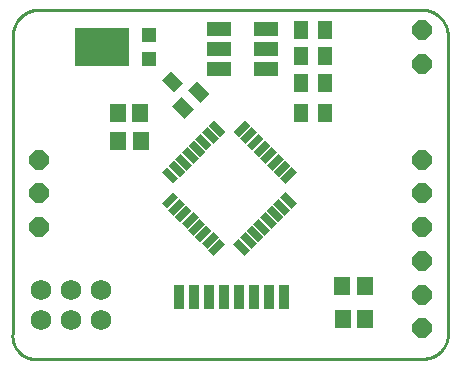
<source format=gts>
G75*
%MOIN*%
%OFA0B0*%
%FSLAX25Y25*%
%IPPOS*%
%LPD*%
%AMOC8*
5,1,8,0,0,1.08239X$1,22.5*
%
%ADD10C,0.01000*%
%ADD11R,0.04337X0.05912*%
%ADD12R,0.05518X0.06306*%
%ADD13R,0.05400X0.02600*%
%ADD14R,0.02600X0.05400*%
%ADD15C,0.06800*%
%ADD16R,0.08274X0.04731*%
%ADD17R,0.03392X0.08471*%
%ADD18R,0.04731X0.05912*%
%ADD19R,0.05124X0.05124*%
%ADD20R,0.18117X0.12998*%
%ADD21OC8,0.06400*%
D10*
X0007860Y0046945D02*
X0139110Y0046945D01*
X0139110Y0046944D02*
X0139308Y0046963D01*
X0139504Y0046986D01*
X0139700Y0047014D01*
X0139896Y0047047D01*
X0140090Y0047085D01*
X0140284Y0047127D01*
X0140476Y0047174D01*
X0140667Y0047225D01*
X0140857Y0047281D01*
X0141046Y0047342D01*
X0141233Y0047407D01*
X0141418Y0047477D01*
X0141602Y0047551D01*
X0141784Y0047630D01*
X0141964Y0047713D01*
X0142142Y0047800D01*
X0142317Y0047891D01*
X0142491Y0047987D01*
X0142662Y0048087D01*
X0142830Y0048191D01*
X0142996Y0048299D01*
X0143160Y0048411D01*
X0143320Y0048527D01*
X0143478Y0048647D01*
X0143633Y0048771D01*
X0143784Y0048898D01*
X0143933Y0049029D01*
X0144079Y0049163D01*
X0144221Y0049301D01*
X0144359Y0049443D01*
X0144495Y0049587D01*
X0144627Y0049735D01*
X0144755Y0049886D01*
X0144879Y0050040D01*
X0145000Y0050198D01*
X0145117Y0050357D01*
X0145230Y0050520D01*
X0145339Y0050686D01*
X0145444Y0050853D01*
X0145545Y0051024D01*
X0145641Y0051197D01*
X0145734Y0051372D01*
X0145822Y0051549D01*
X0145906Y0051729D01*
X0145986Y0051910D01*
X0146061Y0052093D01*
X0146132Y0052278D01*
X0146198Y0052465D01*
X0146260Y0052653D01*
X0146317Y0052843D01*
X0146370Y0053034D01*
X0146418Y0053226D01*
X0146461Y0053419D01*
X0146500Y0053614D01*
X0146533Y0053809D01*
X0146563Y0054005D01*
X0146587Y0054201D01*
X0146607Y0054398D01*
X0146622Y0054596D01*
X0146632Y0054794D01*
X0146637Y0054992D01*
X0146638Y0055190D01*
X0146633Y0055388D01*
X0146624Y0055586D01*
X0146611Y0055783D01*
X0146610Y0055783D02*
X0146610Y0154533D01*
X0146607Y0154744D01*
X0146600Y0154956D01*
X0146587Y0155167D01*
X0146569Y0155377D01*
X0146546Y0155588D01*
X0146518Y0155797D01*
X0146485Y0156006D01*
X0146447Y0156214D01*
X0146404Y0156421D01*
X0146356Y0156627D01*
X0146303Y0156832D01*
X0146245Y0157035D01*
X0146182Y0157237D01*
X0146114Y0157437D01*
X0146041Y0157636D01*
X0145964Y0157833D01*
X0145882Y0158027D01*
X0145795Y0158220D01*
X0145704Y0158411D01*
X0145608Y0158599D01*
X0145507Y0158785D01*
X0145402Y0158969D01*
X0145293Y0159150D01*
X0145179Y0159328D01*
X0145061Y0159504D01*
X0144939Y0159676D01*
X0144813Y0159846D01*
X0144682Y0160012D01*
X0144548Y0160175D01*
X0144409Y0160335D01*
X0144267Y0160492D01*
X0144121Y0160645D01*
X0143972Y0160794D01*
X0143819Y0160940D01*
X0143662Y0161082D01*
X0143502Y0161221D01*
X0143339Y0161355D01*
X0143173Y0161486D01*
X0143003Y0161612D01*
X0142831Y0161734D01*
X0142655Y0161852D01*
X0142477Y0161966D01*
X0142296Y0162075D01*
X0142112Y0162180D01*
X0141926Y0162281D01*
X0141738Y0162377D01*
X0141547Y0162468D01*
X0141354Y0162555D01*
X0141160Y0162637D01*
X0140963Y0162714D01*
X0140764Y0162787D01*
X0140564Y0162855D01*
X0140362Y0162918D01*
X0140159Y0162976D01*
X0139954Y0163029D01*
X0139748Y0163077D01*
X0139541Y0163120D01*
X0139333Y0163158D01*
X0139124Y0163191D01*
X0138915Y0163219D01*
X0138704Y0163242D01*
X0138494Y0163260D01*
X0138283Y0163273D01*
X0138071Y0163280D01*
X0137860Y0163283D01*
X0010360Y0163283D01*
X0010149Y0163280D01*
X0009937Y0163273D01*
X0009726Y0163260D01*
X0009516Y0163242D01*
X0009305Y0163219D01*
X0009096Y0163191D01*
X0008887Y0163158D01*
X0008679Y0163120D01*
X0008472Y0163077D01*
X0008266Y0163029D01*
X0008061Y0162976D01*
X0007858Y0162918D01*
X0007656Y0162855D01*
X0007456Y0162787D01*
X0007257Y0162714D01*
X0007060Y0162637D01*
X0006866Y0162555D01*
X0006673Y0162468D01*
X0006482Y0162377D01*
X0006294Y0162281D01*
X0006108Y0162180D01*
X0005924Y0162075D01*
X0005743Y0161966D01*
X0005565Y0161852D01*
X0005389Y0161734D01*
X0005217Y0161612D01*
X0005047Y0161486D01*
X0004881Y0161355D01*
X0004718Y0161221D01*
X0004558Y0161082D01*
X0004401Y0160940D01*
X0004248Y0160794D01*
X0004099Y0160645D01*
X0003953Y0160492D01*
X0003811Y0160335D01*
X0003672Y0160175D01*
X0003538Y0160012D01*
X0003407Y0159846D01*
X0003281Y0159676D01*
X0003159Y0159504D01*
X0003041Y0159328D01*
X0002927Y0159150D01*
X0002818Y0158969D01*
X0002713Y0158785D01*
X0002612Y0158599D01*
X0002516Y0158411D01*
X0002425Y0158220D01*
X0002338Y0158027D01*
X0002256Y0157833D01*
X0002179Y0157636D01*
X0002106Y0157437D01*
X0002038Y0157237D01*
X0001975Y0157035D01*
X0001917Y0156832D01*
X0001864Y0156627D01*
X0001816Y0156421D01*
X0001773Y0156214D01*
X0001735Y0156006D01*
X0001702Y0155797D01*
X0001674Y0155588D01*
X0001651Y0155377D01*
X0001633Y0155167D01*
X0001620Y0154956D01*
X0001613Y0154744D01*
X0001610Y0154533D01*
X0001610Y0055783D01*
X0001581Y0055601D01*
X0001557Y0055417D01*
X0001536Y0055233D01*
X0001521Y0055049D01*
X0001509Y0054865D01*
X0001502Y0054680D01*
X0001500Y0054495D01*
X0001502Y0054310D01*
X0001509Y0054125D01*
X0001520Y0053940D01*
X0001535Y0053756D01*
X0001555Y0053572D01*
X0001580Y0053389D01*
X0001608Y0053206D01*
X0001642Y0053024D01*
X0001679Y0052843D01*
X0001721Y0052663D01*
X0001767Y0052483D01*
X0001818Y0052306D01*
X0001873Y0052129D01*
X0001932Y0051954D01*
X0001995Y0051780D01*
X0002063Y0051608D01*
X0002135Y0051437D01*
X0002210Y0051268D01*
X0002290Y0051101D01*
X0002374Y0050937D01*
X0002462Y0050774D01*
X0002554Y0050613D01*
X0002649Y0050455D01*
X0002749Y0050299D01*
X0002852Y0050145D01*
X0002959Y0049994D01*
X0003069Y0049846D01*
X0003183Y0049700D01*
X0003301Y0049557D01*
X0003421Y0049417D01*
X0003546Y0049280D01*
X0003673Y0049146D01*
X0003804Y0049015D01*
X0003938Y0048887D01*
X0004075Y0048763D01*
X0004214Y0048642D01*
X0004357Y0048524D01*
X0004503Y0048410D01*
X0004651Y0048299D01*
X0004802Y0048192D01*
X0004955Y0048089D01*
X0005111Y0047989D01*
X0005269Y0047894D01*
X0005430Y0047802D01*
X0005593Y0047713D01*
X0005757Y0047629D01*
X0005924Y0047549D01*
X0006093Y0047473D01*
X0006263Y0047401D01*
X0006435Y0047333D01*
X0006609Y0047270D01*
X0006784Y0047210D01*
X0006961Y0047155D01*
X0007138Y0047104D01*
X0007318Y0047058D01*
X0007498Y0047016D01*
X0007679Y0046978D01*
X0007861Y0046944D01*
D11*
G36*
X0061944Y0130049D02*
X0058878Y0126983D01*
X0054698Y0131163D01*
X0057764Y0134229D01*
X0061944Y0130049D01*
G37*
G36*
X0067234Y0135338D02*
X0064168Y0132272D01*
X0059988Y0136452D01*
X0063054Y0139518D01*
X0067234Y0135338D01*
G37*
G36*
X0058465Y0138818D02*
X0055399Y0135752D01*
X0051219Y0139932D01*
X0054285Y0142998D01*
X0058465Y0138818D01*
G37*
D12*
X0044071Y0128831D03*
X0036591Y0128831D03*
X0036746Y0119461D03*
X0044226Y0119461D03*
X0111425Y0071065D03*
X0118905Y0071065D03*
X0119094Y0060073D03*
X0111613Y0060073D03*
D13*
G36*
X0083359Y0085764D02*
X0079542Y0089581D01*
X0081381Y0091420D01*
X0085198Y0087603D01*
X0083359Y0085764D01*
G37*
G36*
X0081132Y0083537D02*
X0077315Y0087354D01*
X0079154Y0089193D01*
X0082971Y0085376D01*
X0081132Y0083537D01*
G37*
G36*
X0078904Y0081310D02*
X0075087Y0085127D01*
X0076926Y0086966D01*
X0080743Y0083149D01*
X0078904Y0081310D01*
G37*
G36*
X0085586Y0087991D02*
X0081769Y0091808D01*
X0083608Y0093647D01*
X0087425Y0089830D01*
X0085586Y0087991D01*
G37*
G36*
X0087813Y0090219D02*
X0083996Y0094036D01*
X0085835Y0095875D01*
X0089652Y0092058D01*
X0087813Y0090219D01*
G37*
G36*
X0090040Y0092446D02*
X0086223Y0096263D01*
X0088062Y0098102D01*
X0091879Y0094285D01*
X0090040Y0092446D01*
G37*
G36*
X0092267Y0094673D02*
X0088450Y0098490D01*
X0090289Y0100329D01*
X0094106Y0096512D01*
X0092267Y0094673D01*
G37*
G36*
X0094494Y0096900D02*
X0090677Y0100717D01*
X0092516Y0102556D01*
X0096333Y0098739D01*
X0094494Y0096900D01*
G37*
G36*
X0070594Y0120800D02*
X0066777Y0124617D01*
X0068616Y0126456D01*
X0072433Y0122639D01*
X0070594Y0120800D01*
G37*
G36*
X0068367Y0118573D02*
X0064550Y0122390D01*
X0066389Y0124229D01*
X0070206Y0120412D01*
X0068367Y0118573D01*
G37*
G36*
X0066140Y0116346D02*
X0062323Y0120163D01*
X0064162Y0122002D01*
X0067979Y0118185D01*
X0066140Y0116346D01*
G37*
G36*
X0063913Y0114119D02*
X0060096Y0117936D01*
X0061935Y0119775D01*
X0065752Y0115958D01*
X0063913Y0114119D01*
G37*
G36*
X0061686Y0111892D02*
X0057869Y0115709D01*
X0059708Y0117548D01*
X0063525Y0113731D01*
X0061686Y0111892D01*
G37*
G36*
X0059458Y0109665D02*
X0055641Y0113482D01*
X0057480Y0115321D01*
X0061297Y0111504D01*
X0059458Y0109665D01*
G37*
G36*
X0057231Y0107437D02*
X0053414Y0111254D01*
X0055253Y0113093D01*
X0059070Y0109276D01*
X0057231Y0107437D01*
G37*
G36*
X0055004Y0105210D02*
X0051187Y0109027D01*
X0053026Y0110866D01*
X0056843Y0107049D01*
X0055004Y0105210D01*
G37*
D14*
G36*
X0053026Y0096900D02*
X0051187Y0098739D01*
X0055004Y0102556D01*
X0056843Y0100717D01*
X0053026Y0096900D01*
G37*
G36*
X0055253Y0094673D02*
X0053414Y0096512D01*
X0057231Y0100329D01*
X0059070Y0098490D01*
X0055253Y0094673D01*
G37*
G36*
X0057480Y0092446D02*
X0055641Y0094285D01*
X0059458Y0098102D01*
X0061297Y0096263D01*
X0057480Y0092446D01*
G37*
G36*
X0059708Y0090219D02*
X0057869Y0092058D01*
X0061686Y0095875D01*
X0063525Y0094036D01*
X0059708Y0090219D01*
G37*
G36*
X0061935Y0087991D02*
X0060096Y0089830D01*
X0063913Y0093647D01*
X0065752Y0091808D01*
X0061935Y0087991D01*
G37*
G36*
X0064162Y0085764D02*
X0062323Y0087603D01*
X0066140Y0091420D01*
X0067979Y0089581D01*
X0064162Y0085764D01*
G37*
G36*
X0066389Y0083537D02*
X0064550Y0085376D01*
X0068367Y0089193D01*
X0070206Y0087354D01*
X0066389Y0083537D01*
G37*
G36*
X0068616Y0081310D02*
X0066777Y0083149D01*
X0070594Y0086966D01*
X0072433Y0085127D01*
X0068616Y0081310D01*
G37*
G36*
X0092516Y0105210D02*
X0090677Y0107049D01*
X0094494Y0110866D01*
X0096333Y0109027D01*
X0092516Y0105210D01*
G37*
G36*
X0090289Y0107437D02*
X0088450Y0109276D01*
X0092267Y0113093D01*
X0094106Y0111254D01*
X0090289Y0107437D01*
G37*
G36*
X0088062Y0109665D02*
X0086223Y0111504D01*
X0090040Y0115321D01*
X0091879Y0113482D01*
X0088062Y0109665D01*
G37*
G36*
X0085835Y0111892D02*
X0083996Y0113731D01*
X0087813Y0117548D01*
X0089652Y0115709D01*
X0085835Y0111892D01*
G37*
G36*
X0083608Y0114119D02*
X0081769Y0115958D01*
X0085586Y0119775D01*
X0087425Y0117936D01*
X0083608Y0114119D01*
G37*
G36*
X0081381Y0116346D02*
X0079542Y0118185D01*
X0083359Y0122002D01*
X0085198Y0120163D01*
X0081381Y0116346D01*
G37*
G36*
X0079154Y0118573D02*
X0077315Y0120412D01*
X0081132Y0124229D01*
X0082971Y0122390D01*
X0079154Y0118573D01*
G37*
G36*
X0076926Y0120800D02*
X0075087Y0122639D01*
X0078904Y0126456D01*
X0080743Y0124617D01*
X0076926Y0120800D01*
G37*
D15*
X0030960Y0069883D03*
X0020960Y0069883D03*
X0020960Y0059883D03*
X0030960Y0059883D03*
X0010960Y0059883D03*
X0010960Y0069883D03*
D16*
X0070336Y0143490D03*
X0070336Y0150183D03*
X0070336Y0156876D03*
X0086084Y0156876D03*
X0086084Y0150183D03*
X0086084Y0143490D03*
D17*
X0087083Y0067392D03*
X0092083Y0067392D03*
X0082083Y0067392D03*
X0077083Y0067392D03*
X0072083Y0067392D03*
X0067083Y0067392D03*
X0062083Y0067392D03*
X0057083Y0067392D03*
D18*
X0097698Y0128778D03*
X0105572Y0128778D03*
X0105572Y0138933D03*
X0097698Y0138933D03*
X0097698Y0147683D03*
X0105572Y0147683D03*
X0105572Y0156433D03*
X0097698Y0156433D03*
D19*
X0046985Y0154863D03*
X0046985Y0146989D03*
D20*
X0031237Y0150926D03*
D21*
X0010360Y0113283D03*
X0010360Y0102033D03*
X0010360Y0090783D03*
X0137860Y0090783D03*
X0137860Y0102033D03*
X0137860Y0113283D03*
X0137860Y0145025D03*
X0137860Y0156525D03*
X0137860Y0079533D03*
X0137860Y0068283D03*
X0137860Y0057033D03*
M02*

</source>
